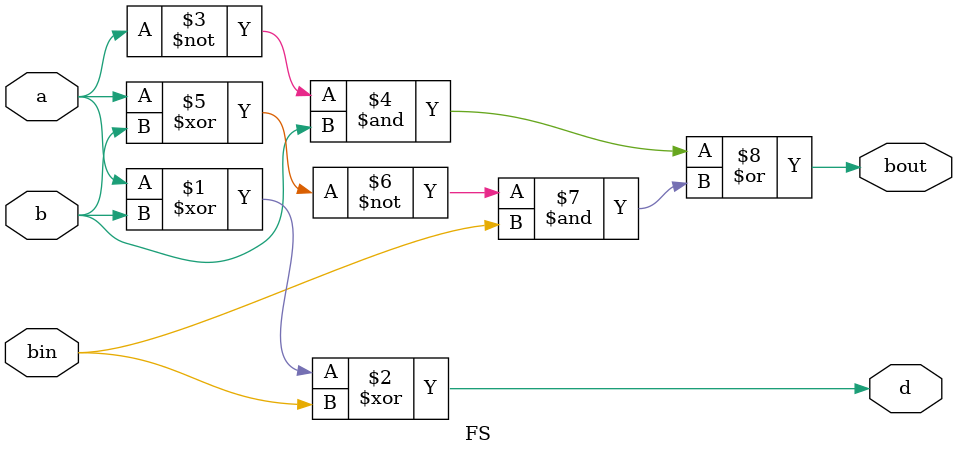
<source format=v>
`timescale 1ns / 1ps


module FS(a, b, bin, d, bout);
  input a, b, bin;
  output d, bout;

  assign d = a ^ b ^ bin;                       
  assign bout = (~a & b) | ((~(a ^ b)) & bin);
endmodule

</source>
